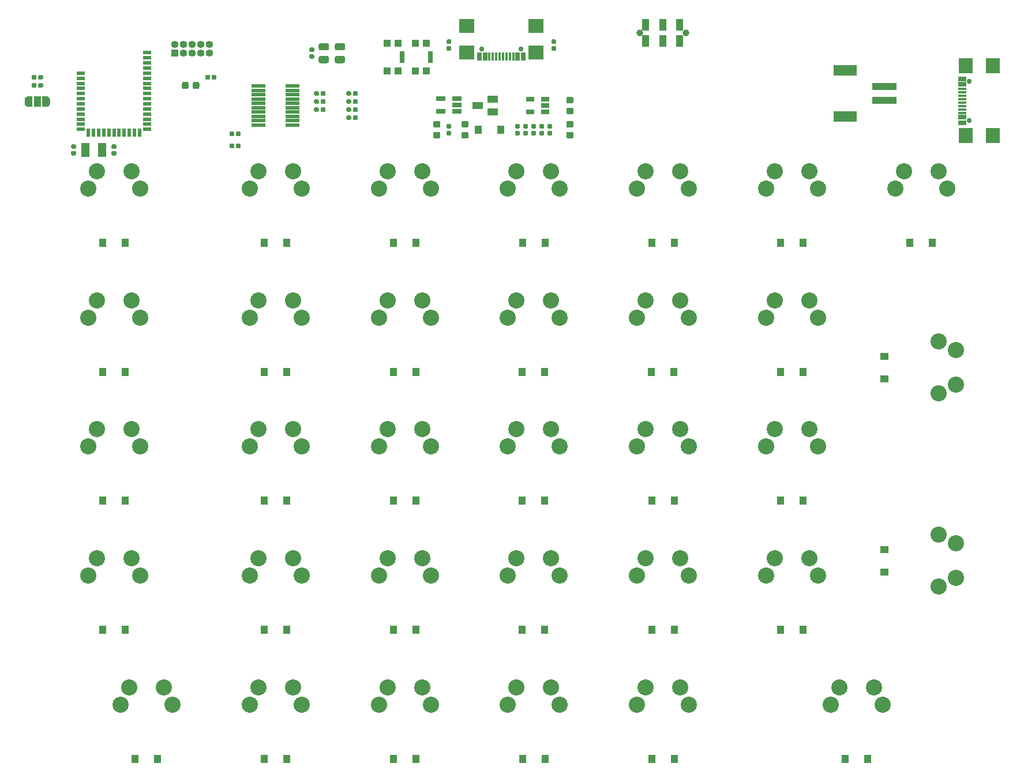
<source format=gbr>
%TF.GenerationSoftware,KiCad,Pcbnew,(5.1.6)-1*%
%TF.CreationDate,2020-07-04T18:17:55+02:00*%
%TF.ProjectId,aW_1,61575f31-2e6b-4696-9361-645f70636258,v1.0*%
%TF.SameCoordinates,Original*%
%TF.FileFunction,Soldermask,Top*%
%TF.FilePolarity,Negative*%
%FSLAX46Y46*%
G04 Gerber Fmt 4.6, Leading zero omitted, Abs format (unit mm)*
G04 Created by KiCad (PCBNEW (5.1.6)-1) date 2020-07-04 18:17:55*
%MOMM*%
%LPD*%
G01*
G04 APERTURE LIST*
%ADD10R,1.500000X1.100000*%
%ADD11C,2.386000*%
%ADD12C,1.000000*%
%ADD13R,1.100000X1.700000*%
%ADD14O,1.100000X1.100000*%
%ADD15R,1.100000X1.100000*%
%ADD16R,0.650000X1.800000*%
%ADD17R,1.100000X1.000000*%
%ADD18R,1.000000X1.300000*%
%ADD19R,1.300000X1.000000*%
%ADD20R,3.500000X1.600000*%
%ADD21R,3.600000X1.100000*%
%ADD22C,0.750000*%
%ADD23R,2.100000X2.280000*%
%ADD24R,1.250000X0.400000*%
%ADD25R,1.250000X0.700000*%
%ADD26R,2.280000X2.100000*%
%ADD27R,0.400000X1.250000*%
%ADD28R,0.700000X1.250000*%
%ADD29R,1.100000X1.600000*%
%ADD30C,0.100000*%
%ADD31R,1.450000X0.700000*%
%ADD32R,1.160000X0.750000*%
%ADD33R,2.070000X0.510000*%
%ADD34R,0.600000X1.300000*%
%ADD35R,1.300000X0.600000*%
%ADD36R,1.200000X2.000000*%
G04 APERTURE END LIST*
%TO.C,R12*%
G36*
G01*
X74847250Y-39475746D02*
X74847250Y-39870746D01*
G75*
G02*
X74674750Y-40043246I-172500J0D01*
G01*
X74329750Y-40043246D01*
G75*
G02*
X74157250Y-39870746I0J172500D01*
G01*
X74157250Y-39475746D01*
G75*
G02*
X74329750Y-39303246I172500J0D01*
G01*
X74674750Y-39303246D01*
G75*
G02*
X74847250Y-39475746I0J-172500D01*
G01*
G37*
G36*
G01*
X73877250Y-39475746D02*
X73877250Y-39870746D01*
G75*
G02*
X73704750Y-40043246I-172500J0D01*
G01*
X73359750Y-40043246D01*
G75*
G02*
X73187250Y-39870746I0J172500D01*
G01*
X73187250Y-39475746D01*
G75*
G02*
X73359750Y-39303246I172500J0D01*
G01*
X73704750Y-39303246D01*
G75*
G02*
X73877250Y-39475746I0J-172500D01*
G01*
G37*
%TD*%
D10*
%TO.C,U6*%
X140844568Y-44768212D03*
X140844568Y-42868212D03*
X138644568Y-43818212D03*
%TD*%
D11*
%TO.C,K33*%
X196792822Y-129241454D03*
X198062822Y-131781454D03*
X191712822Y-129241454D03*
X190442822Y-131781454D03*
%TD*%
%TO.C,R17*%
G36*
G01*
X151898216Y-47671040D02*
X152460716Y-47671040D01*
G75*
G02*
X152704466Y-47914790I0J-243750D01*
G01*
X152704466Y-48402290D01*
G75*
G02*
X152460716Y-48646040I-243750J0D01*
G01*
X151898216Y-48646040D01*
G75*
G02*
X151654466Y-48402290I0J243750D01*
G01*
X151654466Y-47914790D01*
G75*
G02*
X151898216Y-47671040I243750J0D01*
G01*
G37*
G36*
G01*
X151898216Y-46096040D02*
X152460716Y-46096040D01*
G75*
G02*
X152704466Y-46339790I0J-243750D01*
G01*
X152704466Y-46827290D01*
G75*
G02*
X152460716Y-47071040I-243750J0D01*
G01*
X151898216Y-47071040D01*
G75*
G02*
X151654466Y-46827290I0J243750D01*
G01*
X151654466Y-46339790D01*
G75*
G02*
X151898216Y-46096040I243750J0D01*
G01*
G37*
%TD*%
%TO.C,R16*%
G36*
G01*
X151898216Y-44118212D02*
X152460716Y-44118212D01*
G75*
G02*
X152704466Y-44361962I0J-243750D01*
G01*
X152704466Y-44849462D01*
G75*
G02*
X152460716Y-45093212I-243750J0D01*
G01*
X151898216Y-45093212D01*
G75*
G02*
X151654466Y-44849462I0J243750D01*
G01*
X151654466Y-44361962D01*
G75*
G02*
X151898216Y-44118212I243750J0D01*
G01*
G37*
G36*
G01*
X151898216Y-42543212D02*
X152460716Y-42543212D01*
G75*
G02*
X152704466Y-42786962I0J-243750D01*
G01*
X152704466Y-43274462D01*
G75*
G02*
X152460716Y-43518212I-243750J0D01*
G01*
X151898216Y-43518212D01*
G75*
G02*
X151654466Y-43274462I0J243750D01*
G01*
X151654466Y-42786962D01*
G75*
G02*
X151898216Y-42543212I243750J0D01*
G01*
G37*
%TD*%
%TO.C,K3*%
X130473422Y-53447854D03*
X131743422Y-55987854D03*
X125393422Y-53447854D03*
X124123422Y-55987854D03*
%TD*%
%TO.C,K13*%
X187318622Y-72396254D03*
X188588622Y-74936254D03*
X182238622Y-72396254D03*
X180968622Y-74936254D03*
%TD*%
%TO.C,K7*%
X206267022Y-53447854D03*
X207537022Y-55987854D03*
X201187022Y-53447854D03*
X199917022Y-55987854D03*
%TD*%
%TO.C,K12*%
X168370222Y-72396254D03*
X169640222Y-74936254D03*
X163290222Y-72396254D03*
X162020222Y-74936254D03*
%TD*%
%TO.C,K4*%
X149421822Y-53447854D03*
X150691822Y-55987854D03*
X144341822Y-53447854D03*
X143071822Y-55987854D03*
%TD*%
%TO.C,K16*%
X111525022Y-91344654D03*
X112795022Y-93884654D03*
X106445022Y-91344654D03*
X105175022Y-93884654D03*
%TD*%
%TO.C,K17*%
X130473422Y-91344654D03*
X131743422Y-93884654D03*
X125393422Y-91344654D03*
X124123422Y-93884654D03*
%TD*%
%TO.C,K20*%
X187318622Y-91344654D03*
X188588622Y-93884654D03*
X182238622Y-91344654D03*
X180968622Y-93884654D03*
%TD*%
%TO.C,K5*%
X168370222Y-53447854D03*
X169640222Y-55987854D03*
X163290222Y-53447854D03*
X162020222Y-55987854D03*
%TD*%
%TO.C,K11*%
X149421822Y-72396254D03*
X150691822Y-74936254D03*
X144341822Y-72396254D03*
X143071822Y-74936254D03*
%TD*%
%TO.C,K19*%
X168370222Y-91344654D03*
X169640222Y-93884654D03*
X163290222Y-91344654D03*
X162020222Y-93884654D03*
%TD*%
%TO.C,K18*%
X149421822Y-91344654D03*
X150691822Y-93884654D03*
X144341822Y-91344654D03*
X143071822Y-93884654D03*
%TD*%
%TO.C,K6*%
X187318622Y-53447854D03*
X188588622Y-55987854D03*
X182238622Y-53447854D03*
X180968622Y-55987854D03*
%TD*%
%TO.C,K9*%
X111525022Y-72396254D03*
X112795022Y-74936254D03*
X106445022Y-72396254D03*
X105175022Y-74936254D03*
%TD*%
%TO.C,K10*%
X130473422Y-72396254D03*
X131743422Y-74936254D03*
X125393422Y-72396254D03*
X124123422Y-74936254D03*
%TD*%
%TO.C,K2*%
X111525022Y-53447854D03*
X112795022Y-55987854D03*
X106445022Y-53447854D03*
X105175022Y-55987854D03*
%TD*%
%TO.C,K28*%
X92576622Y-129241454D03*
X93846622Y-131781454D03*
X87496622Y-129241454D03*
X86226622Y-131781454D03*
%TD*%
%TO.C,K30*%
X130473422Y-129241454D03*
X131743422Y-131781454D03*
X125393422Y-129241454D03*
X124123422Y-131781454D03*
%TD*%
%TO.C,K23*%
X111525022Y-110293054D03*
X112795022Y-112833054D03*
X106445022Y-110293054D03*
X105175022Y-112833054D03*
%TD*%
%TO.C,K32*%
X168370222Y-129241454D03*
X169640222Y-131781454D03*
X163290222Y-129241454D03*
X162020222Y-131781454D03*
%TD*%
%TO.C,K27*%
X187318622Y-110293054D03*
X188588622Y-112833054D03*
X182238622Y-110293054D03*
X180968622Y-112833054D03*
%TD*%
%TO.C,K25*%
X149421822Y-110293054D03*
X150691822Y-112833054D03*
X144341822Y-110293054D03*
X143071822Y-112833054D03*
%TD*%
%TO.C,K29*%
X111525022Y-129241454D03*
X112795022Y-131781454D03*
X106445022Y-129241454D03*
X105175022Y-131781454D03*
%TD*%
%TO.C,K26*%
X168370222Y-110293054D03*
X169640222Y-112833054D03*
X163290222Y-110293054D03*
X162020222Y-112833054D03*
%TD*%
%TO.C,K24*%
X130473422Y-110293054D03*
X131743422Y-112833054D03*
X125393422Y-110293054D03*
X124123422Y-112833054D03*
%TD*%
%TO.C,K31*%
X149421822Y-129241454D03*
X150691822Y-131781454D03*
X144341822Y-129241454D03*
X143071822Y-131781454D03*
%TD*%
%TO.C,K14*%
X208807022Y-79673354D03*
X206267022Y-78403354D03*
X208807022Y-84753354D03*
X206267022Y-86023354D03*
%TD*%
%TO.C,K8*%
X82759522Y-72396254D03*
X81489522Y-74936254D03*
X87839522Y-72396254D03*
X89109522Y-74936254D03*
%TD*%
%TO.C,K21*%
X208807022Y-108095954D03*
X206267022Y-106825954D03*
X208807022Y-113175954D03*
X206267022Y-114445954D03*
%TD*%
%TO.C,K22*%
X82759522Y-110293054D03*
X81489522Y-112833054D03*
X87839522Y-110293054D03*
X89109522Y-112833054D03*
%TD*%
%TO.C,K1*%
X82759522Y-53447854D03*
X81489522Y-55987854D03*
X87839522Y-53447854D03*
X89109522Y-55987854D03*
%TD*%
%TO.C,K15*%
X82759522Y-91344654D03*
X81489522Y-93884654D03*
X87839522Y-91344654D03*
X89109522Y-93884654D03*
%TD*%
D12*
%TO.C,S1*%
X162398640Y-33159728D03*
X169198640Y-33159728D03*
D13*
X163298640Y-31959728D03*
X165798640Y-31959728D03*
X168298640Y-31959728D03*
X163298640Y-34359728D03*
X165798640Y-34359728D03*
X168298640Y-34359728D03*
%TD*%
D14*
%TO.C,J4*%
X99229942Y-34850418D03*
X99229942Y-36120418D03*
X97959942Y-34850418D03*
X97959942Y-36120418D03*
X96689942Y-34850418D03*
X96689942Y-36120418D03*
X95419942Y-34850418D03*
X95419942Y-36120418D03*
X94149942Y-34850418D03*
D15*
X94149942Y-36120418D03*
%TD*%
D16*
%TO.C,SW2*%
X127550394Y-36712556D03*
D17*
X126925394Y-38762556D03*
X125325394Y-38762556D03*
X125325394Y-34662556D03*
X126925394Y-34662556D03*
%TD*%
%TO.C,R10*%
G36*
G01*
X99339184Y-39475746D02*
X99339184Y-39870746D01*
G75*
G02*
X99166684Y-40043246I-172500J0D01*
G01*
X98821684Y-40043246D01*
G75*
G02*
X98649184Y-39870746I0J172500D01*
G01*
X98649184Y-39475746D01*
G75*
G02*
X98821684Y-39303246I172500J0D01*
G01*
X99166684Y-39303246D01*
G75*
G02*
X99339184Y-39475746I0J-172500D01*
G01*
G37*
G36*
G01*
X100309184Y-39475746D02*
X100309184Y-39870746D01*
G75*
G02*
X100136684Y-40043246I-172500J0D01*
G01*
X99791684Y-40043246D01*
G75*
G02*
X99619184Y-39870746I0J172500D01*
G01*
X99619184Y-39475746D01*
G75*
G02*
X99791684Y-39303246I172500J0D01*
G01*
X100136684Y-39303246D01*
G75*
G02*
X100309184Y-39475746I0J-172500D01*
G01*
G37*
%TD*%
%TO.C,R11*%
G36*
G01*
X103172012Y-48160678D02*
X103172012Y-47765678D01*
G75*
G02*
X103344512Y-47593178I172500J0D01*
G01*
X103689512Y-47593178D01*
G75*
G02*
X103862012Y-47765678I0J-172500D01*
G01*
X103862012Y-48160678D01*
G75*
G02*
X103689512Y-48333178I-172500J0D01*
G01*
X103344512Y-48333178D01*
G75*
G02*
X103172012Y-48160678I0J172500D01*
G01*
G37*
G36*
G01*
X102202012Y-48160678D02*
X102202012Y-47765678D01*
G75*
G02*
X102374512Y-47593178I172500J0D01*
G01*
X102719512Y-47593178D01*
G75*
G02*
X102892012Y-47765678I0J-172500D01*
G01*
X102892012Y-48160678D01*
G75*
G02*
X102719512Y-48333178I-172500J0D01*
G01*
X102374512Y-48333178D01*
G75*
G02*
X102202012Y-48160678I0J172500D01*
G01*
G37*
%TD*%
%TO.C,R14*%
G36*
G01*
X103172012Y-49937092D02*
X103172012Y-49542092D01*
G75*
G02*
X103344512Y-49369592I172500J0D01*
G01*
X103689512Y-49369592D01*
G75*
G02*
X103862012Y-49542092I0J-172500D01*
G01*
X103862012Y-49937092D01*
G75*
G02*
X103689512Y-50109592I-172500J0D01*
G01*
X103344512Y-50109592D01*
G75*
G02*
X103172012Y-49937092I0J172500D01*
G01*
G37*
G36*
G01*
X102202012Y-49937092D02*
X102202012Y-49542092D01*
G75*
G02*
X102374512Y-49369592I172500J0D01*
G01*
X102719512Y-49369592D01*
G75*
G02*
X102892012Y-49542092I0J-172500D01*
G01*
X102892012Y-49937092D01*
G75*
G02*
X102719512Y-50109592I-172500J0D01*
G01*
X102374512Y-50109592D01*
G75*
G02*
X102202012Y-49937092I0J172500D01*
G01*
G37*
%TD*%
D18*
%TO.C,D35*%
X192602822Y-139744568D03*
X195902822Y-139744568D03*
%TD*%
%TO.C,D34*%
X164180222Y-139744568D03*
X167480222Y-139744568D03*
%TD*%
%TO.C,D33*%
X145231822Y-139744568D03*
X148531822Y-139744568D03*
%TD*%
%TO.C,D32*%
X126283422Y-139744568D03*
X129583422Y-139744568D03*
%TD*%
%TO.C,D31*%
X107335022Y-139744568D03*
X110635022Y-139744568D03*
%TD*%
%TO.C,D30*%
X88380272Y-139744568D03*
X91680272Y-139744568D03*
%TD*%
%TO.C,D29*%
X183128622Y-120796152D03*
X186428622Y-120796152D03*
%TD*%
%TO.C,D28*%
X164180222Y-120796152D03*
X167480222Y-120796152D03*
%TD*%
%TO.C,D27*%
X145200224Y-120796152D03*
X148500224Y-120796152D03*
%TD*%
%TO.C,D26*%
X126283422Y-120796152D03*
X129583422Y-120796152D03*
%TD*%
%TO.C,D25*%
X107335022Y-120796152D03*
X110635022Y-120796152D03*
%TD*%
%TO.C,D24*%
X83649522Y-120796152D03*
X86949522Y-120796152D03*
%TD*%
D19*
%TO.C,D23*%
X198366230Y-108985954D03*
X198366230Y-112285954D03*
%TD*%
D18*
%TO.C,D22*%
X183128622Y-101847736D03*
X186428622Y-101847736D03*
%TD*%
%TO.C,D21*%
X164180222Y-101847736D03*
X167480222Y-101847736D03*
%TD*%
%TO.C,D20*%
X145200224Y-101847736D03*
X148500224Y-101847736D03*
%TD*%
%TO.C,D19*%
X126283422Y-101847736D03*
X129583422Y-101847736D03*
%TD*%
%TO.C,D18*%
X107325273Y-101847736D03*
X110625273Y-101847736D03*
%TD*%
%TO.C,D17*%
X83617872Y-101847736D03*
X86917872Y-101847736D03*
%TD*%
D19*
%TO.C,D16*%
X198366230Y-80657182D03*
X198366230Y-83957182D03*
%TD*%
D18*
%TO.C,D15*%
X183128622Y-82899320D03*
X186428622Y-82899320D03*
%TD*%
%TO.C,D14*%
X164148640Y-82899320D03*
X167448640Y-82899320D03*
%TD*%
%TO.C,D13*%
X145200224Y-82899320D03*
X148500224Y-82899320D03*
%TD*%
%TO.C,D12*%
X126251808Y-82899320D03*
X129551808Y-82899320D03*
%TD*%
%TO.C,D11*%
X107303392Y-82899320D03*
X110603392Y-82899320D03*
%TD*%
%TO.C,D10*%
X83617872Y-82899320D03*
X86917872Y-82899320D03*
%TD*%
%TO.C,D9*%
X202077022Y-63950904D03*
X205377022Y-63950904D03*
%TD*%
%TO.C,D8*%
X183128622Y-63950904D03*
X186428622Y-63950904D03*
%TD*%
%TO.C,D7*%
X164180222Y-63950904D03*
X167480222Y-63950904D03*
%TD*%
%TO.C,D6*%
X145231822Y-63950904D03*
X148531822Y-63950904D03*
%TD*%
%TO.C,D5*%
X126251808Y-63950904D03*
X129551808Y-63950904D03*
%TD*%
%TO.C,D4*%
X107335022Y-63950904D03*
X110635022Y-63950904D03*
%TD*%
%TO.C,D3*%
X83649522Y-63950904D03*
X86949522Y-63950904D03*
%TD*%
D20*
%TO.C,BT1*%
X192616230Y-38691798D03*
X192616230Y-45391798D03*
D21*
X198366230Y-41041798D03*
X198366230Y-43041798D03*
%TD*%
%TO.C,C2*%
G36*
G01*
X132357662Y-47671040D02*
X132920162Y-47671040D01*
G75*
G02*
X133163912Y-47914790I0J-243750D01*
G01*
X133163912Y-48402290D01*
G75*
G02*
X132920162Y-48646040I-243750J0D01*
G01*
X132357662Y-48646040D01*
G75*
G02*
X132113912Y-48402290I0J243750D01*
G01*
X132113912Y-47914790D01*
G75*
G02*
X132357662Y-47671040I243750J0D01*
G01*
G37*
G36*
G01*
X132357662Y-46096040D02*
X132920162Y-46096040D01*
G75*
G02*
X133163912Y-46339790I0J-243750D01*
G01*
X133163912Y-46827290D01*
G75*
G02*
X132920162Y-47071040I-243750J0D01*
G01*
X132357662Y-47071040D01*
G75*
G02*
X132113912Y-46827290I0J243750D01*
G01*
X132113912Y-46339790D01*
G75*
G02*
X132357662Y-46096040I243750J0D01*
G01*
G37*
%TD*%
%TO.C,C3*%
G36*
G01*
X136502628Y-47671040D02*
X137065128Y-47671040D01*
G75*
G02*
X137308878Y-47914790I0J-243750D01*
G01*
X137308878Y-48402290D01*
G75*
G02*
X137065128Y-48646040I-243750J0D01*
G01*
X136502628Y-48646040D01*
G75*
G02*
X136258878Y-48402290I0J243750D01*
G01*
X136258878Y-47914790D01*
G75*
G02*
X136502628Y-47671040I243750J0D01*
G01*
G37*
G36*
G01*
X136502628Y-46096040D02*
X137065128Y-46096040D01*
G75*
G02*
X137308878Y-46339790I0J-243750D01*
G01*
X137308878Y-46827290D01*
G75*
G02*
X137065128Y-47071040I-243750J0D01*
G01*
X136502628Y-47071040D01*
G75*
G02*
X136258878Y-46827290I0J243750D01*
G01*
X136258878Y-46339790D01*
G75*
G02*
X136502628Y-46096040I243750J0D01*
G01*
G37*
%TD*%
%TO.C,C4*%
G36*
G01*
X145468448Y-47511040D02*
X145863448Y-47511040D01*
G75*
G02*
X146035948Y-47683540I0J-172500D01*
G01*
X146035948Y-48028540D01*
G75*
G02*
X145863448Y-48201040I-172500J0D01*
G01*
X145468448Y-48201040D01*
G75*
G02*
X145295948Y-48028540I0J172500D01*
G01*
X145295948Y-47683540D01*
G75*
G02*
X145468448Y-47511040I172500J0D01*
G01*
G37*
G36*
G01*
X145468448Y-46541040D02*
X145863448Y-46541040D01*
G75*
G02*
X146035948Y-46713540I0J-172500D01*
G01*
X146035948Y-47058540D01*
G75*
G02*
X145863448Y-47231040I-172500J0D01*
G01*
X145468448Y-47231040D01*
G75*
G02*
X145295948Y-47058540I0J172500D01*
G01*
X145295948Y-46713540D01*
G75*
G02*
X145468448Y-46541040I172500J0D01*
G01*
G37*
%TD*%
%TO.C,C5*%
G36*
G01*
X149021276Y-47511040D02*
X149416276Y-47511040D01*
G75*
G02*
X149588776Y-47683540I0J-172500D01*
G01*
X149588776Y-48028540D01*
G75*
G02*
X149416276Y-48201040I-172500J0D01*
G01*
X149021276Y-48201040D01*
G75*
G02*
X148848776Y-48028540I0J172500D01*
G01*
X148848776Y-47683540D01*
G75*
G02*
X149021276Y-47511040I172500J0D01*
G01*
G37*
G36*
G01*
X149021276Y-46541040D02*
X149416276Y-46541040D01*
G75*
G02*
X149588776Y-46713540I0J-172500D01*
G01*
X149588776Y-47058540D01*
G75*
G02*
X149416276Y-47231040I-172500J0D01*
G01*
X149021276Y-47231040D01*
G75*
G02*
X148848776Y-47058540I0J172500D01*
G01*
X148848776Y-46713540D01*
G75*
G02*
X149021276Y-46541040I172500J0D01*
G01*
G37*
%TD*%
%TO.C,C6*%
G36*
G01*
X115606910Y-44607850D02*
X115606910Y-44212850D01*
G75*
G02*
X115779410Y-44040350I172500J0D01*
G01*
X116124410Y-44040350D01*
G75*
G02*
X116296910Y-44212850I0J-172500D01*
G01*
X116296910Y-44607850D01*
G75*
G02*
X116124410Y-44780350I-172500J0D01*
G01*
X115779410Y-44780350D01*
G75*
G02*
X115606910Y-44607850I0J172500D01*
G01*
G37*
G36*
G01*
X114636910Y-44607850D02*
X114636910Y-44212850D01*
G75*
G02*
X114809410Y-44040350I172500J0D01*
G01*
X115154410Y-44040350D01*
G75*
G02*
X115326910Y-44212850I0J-172500D01*
G01*
X115326910Y-44607850D01*
G75*
G02*
X115154410Y-44780350I-172500J0D01*
G01*
X114809410Y-44780350D01*
G75*
G02*
X114636910Y-44607850I0J172500D01*
G01*
G37*
%TD*%
%TO.C,C7*%
G36*
G01*
X115606910Y-43423574D02*
X115606910Y-43028574D01*
G75*
G02*
X115779410Y-42856074I172500J0D01*
G01*
X116124410Y-42856074D01*
G75*
G02*
X116296910Y-43028574I0J-172500D01*
G01*
X116296910Y-43423574D01*
G75*
G02*
X116124410Y-43596074I-172500J0D01*
G01*
X115779410Y-43596074D01*
G75*
G02*
X115606910Y-43423574I0J172500D01*
G01*
G37*
G36*
G01*
X114636910Y-43423574D02*
X114636910Y-43028574D01*
G75*
G02*
X114809410Y-42856074I172500J0D01*
G01*
X115154410Y-42856074D01*
G75*
G02*
X115326910Y-43028574I0J-172500D01*
G01*
X115326910Y-43423574D01*
G75*
G02*
X115154410Y-43596074I-172500J0D01*
G01*
X114809410Y-43596074D01*
G75*
G02*
X114636910Y-43423574I0J172500D01*
G01*
G37*
%TD*%
%TO.C,C8*%
G36*
G01*
X115606910Y-42239298D02*
X115606910Y-41844298D01*
G75*
G02*
X115779410Y-41671798I172500J0D01*
G01*
X116124410Y-41671798D01*
G75*
G02*
X116296910Y-41844298I0J-172500D01*
G01*
X116296910Y-42239298D01*
G75*
G02*
X116124410Y-42411798I-172500J0D01*
G01*
X115779410Y-42411798D01*
G75*
G02*
X115606910Y-42239298I0J172500D01*
G01*
G37*
G36*
G01*
X114636910Y-42239298D02*
X114636910Y-41844298D01*
G75*
G02*
X114809410Y-41671798I172500J0D01*
G01*
X115154410Y-41671798D01*
G75*
G02*
X115326910Y-41844298I0J-172500D01*
G01*
X115326910Y-42239298D01*
G75*
G02*
X115154410Y-42411798I-172500J0D01*
G01*
X114809410Y-42411798D01*
G75*
G02*
X114636910Y-42239298I0J172500D01*
G01*
G37*
%TD*%
%TO.C,C9*%
G36*
G01*
X120063876Y-44212780D02*
X120063876Y-44607780D01*
G75*
G02*
X119891376Y-44780280I-172500J0D01*
G01*
X119546376Y-44780280D01*
G75*
G02*
X119373876Y-44607780I0J172500D01*
G01*
X119373876Y-44212780D01*
G75*
G02*
X119546376Y-44040280I172500J0D01*
G01*
X119891376Y-44040280D01*
G75*
G02*
X120063876Y-44212780I0J-172500D01*
G01*
G37*
G36*
G01*
X121033876Y-44212780D02*
X121033876Y-44607780D01*
G75*
G02*
X120861376Y-44780280I-172500J0D01*
G01*
X120516376Y-44780280D01*
G75*
G02*
X120343876Y-44607780I0J172500D01*
G01*
X120343876Y-44212780D01*
G75*
G02*
X120516376Y-44040280I172500J0D01*
G01*
X120861376Y-44040280D01*
G75*
G02*
X121033876Y-44212780I0J-172500D01*
G01*
G37*
%TD*%
%TO.C,C10*%
G36*
G01*
X120063876Y-41844232D02*
X120063876Y-42239232D01*
G75*
G02*
X119891376Y-42411732I-172500J0D01*
G01*
X119546376Y-42411732D01*
G75*
G02*
X119373876Y-42239232I0J172500D01*
G01*
X119373876Y-41844232D01*
G75*
G02*
X119546376Y-41671732I172500J0D01*
G01*
X119891376Y-41671732D01*
G75*
G02*
X120063876Y-41844232I0J-172500D01*
G01*
G37*
G36*
G01*
X121033876Y-41844232D02*
X121033876Y-42239232D01*
G75*
G02*
X120861376Y-42411732I-172500J0D01*
G01*
X120516376Y-42411732D01*
G75*
G02*
X120343876Y-42239232I0J172500D01*
G01*
X120343876Y-41844232D01*
G75*
G02*
X120516376Y-41671732I172500J0D01*
G01*
X120861376Y-41671732D01*
G75*
G02*
X121033876Y-41844232I0J-172500D01*
G01*
G37*
%TD*%
%TO.C,C11*%
G36*
G01*
X96218494Y-40576272D02*
X96218494Y-41138772D01*
G75*
G02*
X95974744Y-41382522I-243750J0D01*
G01*
X95487244Y-41382522D01*
G75*
G02*
X95243494Y-41138772I0J243750D01*
G01*
X95243494Y-40576272D01*
G75*
G02*
X95487244Y-40332522I243750J0D01*
G01*
X95974744Y-40332522D01*
G75*
G02*
X96218494Y-40576272I0J-243750D01*
G01*
G37*
G36*
G01*
X97793494Y-40576272D02*
X97793494Y-41138772D01*
G75*
G02*
X97549744Y-41382522I-243750J0D01*
G01*
X97062244Y-41382522D01*
G75*
G02*
X96818494Y-41138772I0J243750D01*
G01*
X96818494Y-40576272D01*
G75*
G02*
X97062244Y-40332522I243750J0D01*
G01*
X97549744Y-40332522D01*
G75*
G02*
X97793494Y-40576272I0J-243750D01*
G01*
G37*
%TD*%
%TO.C,C12*%
G36*
G01*
X79148992Y-50471730D02*
X79543992Y-50471730D01*
G75*
G02*
X79716492Y-50644230I0J-172500D01*
G01*
X79716492Y-50989230D01*
G75*
G02*
X79543992Y-51161730I-172500J0D01*
G01*
X79148992Y-51161730D01*
G75*
G02*
X78976492Y-50989230I0J172500D01*
G01*
X78976492Y-50644230D01*
G75*
G02*
X79148992Y-50471730I172500J0D01*
G01*
G37*
G36*
G01*
X79148992Y-49501730D02*
X79543992Y-49501730D01*
G75*
G02*
X79716492Y-49674230I0J-172500D01*
G01*
X79716492Y-50019230D01*
G75*
G02*
X79543992Y-50191730I-172500J0D01*
G01*
X79148992Y-50191730D01*
G75*
G02*
X78976492Y-50019230I0J172500D01*
G01*
X78976492Y-49674230D01*
G75*
G02*
X79148992Y-49501730I172500J0D01*
G01*
G37*
%TD*%
%TO.C,C13*%
G36*
G01*
X85070372Y-50471730D02*
X85465372Y-50471730D01*
G75*
G02*
X85637872Y-50644230I0J-172500D01*
G01*
X85637872Y-50989230D01*
G75*
G02*
X85465372Y-51161730I-172500J0D01*
G01*
X85070372Y-51161730D01*
G75*
G02*
X84897872Y-50989230I0J172500D01*
G01*
X84897872Y-50644230D01*
G75*
G02*
X85070372Y-50471730I172500J0D01*
G01*
G37*
G36*
G01*
X85070372Y-49501730D02*
X85465372Y-49501730D01*
G75*
G02*
X85637872Y-49674230I0J-172500D01*
G01*
X85637872Y-50019230D01*
G75*
G02*
X85465372Y-50191730I-172500J0D01*
G01*
X85070372Y-50191730D01*
G75*
G02*
X84897872Y-50019230I0J172500D01*
G01*
X84897872Y-49674230D01*
G75*
G02*
X85070372Y-49501730I172500J0D01*
G01*
G37*
%TD*%
D18*
%TO.C,D1*%
X141986706Y-47371040D03*
X138686706Y-47371040D03*
%TD*%
%TO.C,D2*%
G36*
G01*
X118908850Y-35720418D02*
X117946350Y-35720418D01*
G75*
G02*
X117677600Y-35451668I0J268750D01*
G01*
X117677600Y-34914168D01*
G75*
G02*
X117946350Y-34645418I268750J0D01*
G01*
X118908850Y-34645418D01*
G75*
G02*
X119177600Y-34914168I0J-268750D01*
G01*
X119177600Y-35451668D01*
G75*
G02*
X118908850Y-35720418I-268750J0D01*
G01*
G37*
G36*
G01*
X118908850Y-37595418D02*
X117946350Y-37595418D01*
G75*
G02*
X117677600Y-37326668I0J268750D01*
G01*
X117677600Y-36789168D01*
G75*
G02*
X117946350Y-36520418I268750J0D01*
G01*
X118908850Y-36520418D01*
G75*
G02*
X119177600Y-36789168I0J-268750D01*
G01*
X119177600Y-37326668D01*
G75*
G02*
X118908850Y-37595418I-268750J0D01*
G01*
G37*
%TD*%
%TO.C,D36*%
G36*
G01*
X115577798Y-36520418D02*
X116540298Y-36520418D01*
G75*
G02*
X116809048Y-36789168I0J-268750D01*
G01*
X116809048Y-37326668D01*
G75*
G02*
X116540298Y-37595418I-268750J0D01*
G01*
X115577798Y-37595418D01*
G75*
G02*
X115309048Y-37326668I0J268750D01*
G01*
X115309048Y-36789168D01*
G75*
G02*
X115577798Y-36520418I268750J0D01*
G01*
G37*
G36*
G01*
X115577798Y-34645418D02*
X116540298Y-34645418D01*
G75*
G02*
X116809048Y-34914168I0J-268750D01*
G01*
X116809048Y-35451668D01*
G75*
G02*
X116540298Y-35720418I-268750J0D01*
G01*
X115577798Y-35720418D01*
G75*
G02*
X115309048Y-35451668I0J268750D01*
G01*
X115309048Y-34914168D01*
G75*
G02*
X115577798Y-34645418I268750J0D01*
G01*
G37*
%TD*%
D22*
%TO.C,J1*%
X210801128Y-46014352D03*
X210801128Y-40234352D03*
%TD*%
%TO.C,J2*%
X210801128Y-40234352D03*
X210801128Y-46014352D03*
D23*
X214231128Y-38014352D03*
X214231128Y-48234352D03*
X210301128Y-38014352D03*
X210301128Y-48234352D03*
D24*
X209726128Y-42874352D03*
X209726128Y-43374352D03*
X209726128Y-42374352D03*
X209726128Y-43874352D03*
X209726128Y-41874352D03*
X209726128Y-44374352D03*
X209726128Y-41374352D03*
X209726128Y-44874352D03*
D25*
X209726128Y-39924352D03*
X209726128Y-40724352D03*
X209726128Y-45524352D03*
X209726128Y-46324352D03*
%TD*%
D22*
%TO.C,J3*%
X139223120Y-35528280D03*
X145003120Y-35528280D03*
D26*
X137003120Y-32098280D03*
X147223120Y-32098280D03*
X137003120Y-36028280D03*
X147223120Y-36028280D03*
D27*
X141863120Y-36603280D03*
X142363120Y-36603280D03*
X141363120Y-36603280D03*
X142863120Y-36603280D03*
X140863120Y-36603280D03*
X143363120Y-36603280D03*
X140363120Y-36603280D03*
X143863120Y-36603280D03*
D28*
X138913120Y-36603280D03*
X139713120Y-36603280D03*
X144513120Y-36603280D03*
X145313120Y-36603280D03*
%TD*%
D29*
%TO.C,JP1*%
X74017250Y-43226074D03*
D30*
G36*
X75323361Y-42426676D02*
G01*
X75341784Y-42426676D01*
X75346685Y-42426917D01*
X75395516Y-42431727D01*
X75400369Y-42432447D01*
X75448494Y-42442019D01*
X75453255Y-42443211D01*
X75500210Y-42457455D01*
X75504829Y-42459108D01*
X75550162Y-42477885D01*
X75554599Y-42479983D01*
X75597872Y-42503114D01*
X75602079Y-42505636D01*
X75642878Y-42532896D01*
X75646820Y-42535820D01*
X75684749Y-42566948D01*
X75688384Y-42570243D01*
X75723081Y-42604940D01*
X75726376Y-42608575D01*
X75757504Y-42646504D01*
X75760428Y-42650446D01*
X75787688Y-42691245D01*
X75790210Y-42695452D01*
X75813341Y-42738725D01*
X75815439Y-42743162D01*
X75834216Y-42788495D01*
X75835869Y-42793114D01*
X75850113Y-42840069D01*
X75851305Y-42844830D01*
X75860877Y-42892955D01*
X75861597Y-42897808D01*
X75866407Y-42946639D01*
X75866648Y-42951540D01*
X75866648Y-42969963D01*
X75867250Y-42976074D01*
X75867250Y-43476074D01*
X75866648Y-43482185D01*
X75866648Y-43500608D01*
X75866407Y-43505509D01*
X75861597Y-43554340D01*
X75860877Y-43559193D01*
X75851305Y-43607318D01*
X75850113Y-43612079D01*
X75835869Y-43659034D01*
X75834216Y-43663653D01*
X75815439Y-43708986D01*
X75813341Y-43713423D01*
X75790210Y-43756696D01*
X75787688Y-43760903D01*
X75760428Y-43801702D01*
X75757504Y-43805644D01*
X75726376Y-43843573D01*
X75723081Y-43847208D01*
X75688384Y-43881905D01*
X75684749Y-43885200D01*
X75646820Y-43916328D01*
X75642878Y-43919252D01*
X75602079Y-43946512D01*
X75597872Y-43949034D01*
X75554599Y-43972165D01*
X75550162Y-43974263D01*
X75504829Y-43993040D01*
X75500210Y-43994693D01*
X75453255Y-44008937D01*
X75448494Y-44010129D01*
X75400369Y-44019701D01*
X75395516Y-44020421D01*
X75346685Y-44025231D01*
X75341784Y-44025472D01*
X75323361Y-44025472D01*
X75317250Y-44026074D01*
X74767250Y-44026074D01*
X74757495Y-44025113D01*
X74748116Y-44022268D01*
X74739471Y-44017647D01*
X74731895Y-44011429D01*
X74725677Y-44003853D01*
X74721056Y-43995208D01*
X74718211Y-43985829D01*
X74717250Y-43976074D01*
X74717250Y-42476074D01*
X74718211Y-42466319D01*
X74721056Y-42456940D01*
X74725677Y-42448295D01*
X74731895Y-42440719D01*
X74739471Y-42434501D01*
X74748116Y-42429880D01*
X74757495Y-42427035D01*
X74767250Y-42426074D01*
X75317250Y-42426074D01*
X75323361Y-42426676D01*
G37*
G36*
X73277005Y-42427035D02*
G01*
X73286384Y-42429880D01*
X73295029Y-42434501D01*
X73302605Y-42440719D01*
X73308823Y-42448295D01*
X73313444Y-42456940D01*
X73316289Y-42466319D01*
X73317250Y-42476074D01*
X73317250Y-43976074D01*
X73316289Y-43985829D01*
X73313444Y-43995208D01*
X73308823Y-44003853D01*
X73302605Y-44011429D01*
X73295029Y-44017647D01*
X73286384Y-44022268D01*
X73277005Y-44025113D01*
X73267250Y-44026074D01*
X72717250Y-44026074D01*
X72711139Y-44025472D01*
X72692716Y-44025472D01*
X72687815Y-44025231D01*
X72638984Y-44020421D01*
X72634131Y-44019701D01*
X72586006Y-44010129D01*
X72581245Y-44008937D01*
X72534290Y-43994693D01*
X72529671Y-43993040D01*
X72484338Y-43974263D01*
X72479901Y-43972165D01*
X72436628Y-43949034D01*
X72432421Y-43946512D01*
X72391622Y-43919252D01*
X72387680Y-43916328D01*
X72349751Y-43885200D01*
X72346116Y-43881905D01*
X72311419Y-43847208D01*
X72308124Y-43843573D01*
X72276996Y-43805644D01*
X72274072Y-43801702D01*
X72246812Y-43760903D01*
X72244290Y-43756696D01*
X72221159Y-43713423D01*
X72219061Y-43708986D01*
X72200284Y-43663653D01*
X72198631Y-43659034D01*
X72184387Y-43612079D01*
X72183195Y-43607318D01*
X72173623Y-43559193D01*
X72172903Y-43554340D01*
X72168093Y-43505509D01*
X72167852Y-43500608D01*
X72167852Y-43482185D01*
X72167250Y-43476074D01*
X72167250Y-42976074D01*
X72167852Y-42969963D01*
X72167852Y-42951540D01*
X72168093Y-42946639D01*
X72172903Y-42897808D01*
X72173623Y-42892955D01*
X72183195Y-42844830D01*
X72184387Y-42840069D01*
X72198631Y-42793114D01*
X72200284Y-42788495D01*
X72219061Y-42743162D01*
X72221159Y-42738725D01*
X72244290Y-42695452D01*
X72246812Y-42691245D01*
X72274072Y-42650446D01*
X72276996Y-42646504D01*
X72308124Y-42608575D01*
X72311419Y-42604940D01*
X72346116Y-42570243D01*
X72349751Y-42566948D01*
X72387680Y-42535820D01*
X72391622Y-42532896D01*
X72432421Y-42505636D01*
X72436628Y-42503114D01*
X72479901Y-42479983D01*
X72484338Y-42477885D01*
X72529671Y-42459108D01*
X72534290Y-42457455D01*
X72581245Y-42443211D01*
X72586006Y-42442019D01*
X72634131Y-42432447D01*
X72638984Y-42431727D01*
X72687815Y-42426917D01*
X72692716Y-42426676D01*
X72711139Y-42426676D01*
X72717250Y-42426074D01*
X73267250Y-42426074D01*
X73277005Y-42427035D01*
G37*
%TD*%
%TO.C,R2*%
G36*
G01*
X144284172Y-47511040D02*
X144679172Y-47511040D01*
G75*
G02*
X144851672Y-47683540I0J-172500D01*
G01*
X144851672Y-48028540D01*
G75*
G02*
X144679172Y-48201040I-172500J0D01*
G01*
X144284172Y-48201040D01*
G75*
G02*
X144111672Y-48028540I0J172500D01*
G01*
X144111672Y-47683540D01*
G75*
G02*
X144284172Y-47511040I172500J0D01*
G01*
G37*
G36*
G01*
X144284172Y-46541040D02*
X144679172Y-46541040D01*
G75*
G02*
X144851672Y-46713540I0J-172500D01*
G01*
X144851672Y-47058540D01*
G75*
G02*
X144679172Y-47231040I-172500J0D01*
G01*
X144284172Y-47231040D01*
G75*
G02*
X144111672Y-47058540I0J172500D01*
G01*
X144111672Y-46713540D01*
G75*
G02*
X144284172Y-46541040I172500J0D01*
G01*
G37*
%TD*%
%TO.C,R3*%
G36*
G01*
X134612826Y-47231040D02*
X134217826Y-47231040D01*
G75*
G02*
X134045326Y-47058540I0J172500D01*
G01*
X134045326Y-46713540D01*
G75*
G02*
X134217826Y-46541040I172500J0D01*
G01*
X134612826Y-46541040D01*
G75*
G02*
X134785326Y-46713540I0J-172500D01*
G01*
X134785326Y-47058540D01*
G75*
G02*
X134612826Y-47231040I-172500J0D01*
G01*
G37*
G36*
G01*
X134612826Y-48201040D02*
X134217826Y-48201040D01*
G75*
G02*
X134045326Y-48028540I0J172500D01*
G01*
X134045326Y-47683540D01*
G75*
G02*
X134217826Y-47511040I172500J0D01*
G01*
X134612826Y-47511040D01*
G75*
G02*
X134785326Y-47683540I0J-172500D01*
G01*
X134785326Y-48028540D01*
G75*
G02*
X134612826Y-48201040I-172500J0D01*
G01*
G37*
%TD*%
%TO.C,R4*%
G36*
G01*
X149613414Y-35076142D02*
X150008414Y-35076142D01*
G75*
G02*
X150180914Y-35248642I0J-172500D01*
G01*
X150180914Y-35593642D01*
G75*
G02*
X150008414Y-35766142I-172500J0D01*
G01*
X149613414Y-35766142D01*
G75*
G02*
X149440914Y-35593642I0J172500D01*
G01*
X149440914Y-35248642D01*
G75*
G02*
X149613414Y-35076142I172500J0D01*
G01*
G37*
G36*
G01*
X149613414Y-34106142D02*
X150008414Y-34106142D01*
G75*
G02*
X150180914Y-34278642I0J-172500D01*
G01*
X150180914Y-34623642D01*
G75*
G02*
X150008414Y-34796142I-172500J0D01*
G01*
X149613414Y-34796142D01*
G75*
G02*
X149440914Y-34623642I0J172500D01*
G01*
X149440914Y-34278642D01*
G75*
G02*
X149613414Y-34106142I172500J0D01*
G01*
G37*
%TD*%
%TO.C,R5*%
G36*
G01*
X134612826Y-34796142D02*
X134217826Y-34796142D01*
G75*
G02*
X134045326Y-34623642I0J172500D01*
G01*
X134045326Y-34278642D01*
G75*
G02*
X134217826Y-34106142I172500J0D01*
G01*
X134612826Y-34106142D01*
G75*
G02*
X134785326Y-34278642I0J-172500D01*
G01*
X134785326Y-34623642D01*
G75*
G02*
X134612826Y-34796142I-172500J0D01*
G01*
G37*
G36*
G01*
X134612826Y-35766142D02*
X134217826Y-35766142D01*
G75*
G02*
X134045326Y-35593642I0J172500D01*
G01*
X134045326Y-35248642D01*
G75*
G02*
X134217826Y-35076142I172500J0D01*
G01*
X134612826Y-35076142D01*
G75*
G02*
X134785326Y-35248642I0J-172500D01*
G01*
X134785326Y-35593642D01*
G75*
G02*
X134612826Y-35766142I-172500J0D01*
G01*
G37*
%TD*%
%TO.C,R6*%
G36*
G01*
X147047724Y-47231040D02*
X146652724Y-47231040D01*
G75*
G02*
X146480224Y-47058540I0J172500D01*
G01*
X146480224Y-46713540D01*
G75*
G02*
X146652724Y-46541040I172500J0D01*
G01*
X147047724Y-46541040D01*
G75*
G02*
X147220224Y-46713540I0J-172500D01*
G01*
X147220224Y-47058540D01*
G75*
G02*
X147047724Y-47231040I-172500J0D01*
G01*
G37*
G36*
G01*
X147047724Y-48201040D02*
X146652724Y-48201040D01*
G75*
G02*
X146480224Y-48028540I0J172500D01*
G01*
X146480224Y-47683540D01*
G75*
G02*
X146652724Y-47511040I172500J0D01*
G01*
X147047724Y-47511040D01*
G75*
G02*
X147220224Y-47683540I0J-172500D01*
G01*
X147220224Y-48028540D01*
G75*
G02*
X147047724Y-48201040I-172500J0D01*
G01*
G37*
%TD*%
%TO.C,R7*%
G36*
G01*
X147837000Y-47511040D02*
X148232000Y-47511040D01*
G75*
G02*
X148404500Y-47683540I0J-172500D01*
G01*
X148404500Y-48028540D01*
G75*
G02*
X148232000Y-48201040I-172500J0D01*
G01*
X147837000Y-48201040D01*
G75*
G02*
X147664500Y-48028540I0J172500D01*
G01*
X147664500Y-47683540D01*
G75*
G02*
X147837000Y-47511040I172500J0D01*
G01*
G37*
G36*
G01*
X147837000Y-46541040D02*
X148232000Y-46541040D01*
G75*
G02*
X148404500Y-46713540I0J-172500D01*
G01*
X148404500Y-47058540D01*
G75*
G02*
X148232000Y-47231040I-172500J0D01*
G01*
X147837000Y-47231040D01*
G75*
G02*
X147664500Y-47058540I0J172500D01*
G01*
X147664500Y-46713540D01*
G75*
G02*
X147837000Y-46541040I172500J0D01*
G01*
G37*
%TD*%
%TO.C,R8*%
G36*
G01*
X120344014Y-43423574D02*
X120344014Y-43028574D01*
G75*
G02*
X120516514Y-42856074I172500J0D01*
G01*
X120861514Y-42856074D01*
G75*
G02*
X121034014Y-43028574I0J-172500D01*
G01*
X121034014Y-43423574D01*
G75*
G02*
X120861514Y-43596074I-172500J0D01*
G01*
X120516514Y-43596074D01*
G75*
G02*
X120344014Y-43423574I0J172500D01*
G01*
G37*
G36*
G01*
X119374014Y-43423574D02*
X119374014Y-43028574D01*
G75*
G02*
X119546514Y-42856074I172500J0D01*
G01*
X119891514Y-42856074D01*
G75*
G02*
X120064014Y-43028574I0J-172500D01*
G01*
X120064014Y-43423574D01*
G75*
G02*
X119891514Y-43596074I-172500J0D01*
G01*
X119546514Y-43596074D01*
G75*
G02*
X119374014Y-43423574I0J172500D01*
G01*
G37*
%TD*%
%TO.C,R9*%
G36*
G01*
X120344014Y-45792126D02*
X120344014Y-45397126D01*
G75*
G02*
X120516514Y-45224626I172500J0D01*
G01*
X120861514Y-45224626D01*
G75*
G02*
X121034014Y-45397126I0J-172500D01*
G01*
X121034014Y-45792126D01*
G75*
G02*
X120861514Y-45964626I-172500J0D01*
G01*
X120516514Y-45964626D01*
G75*
G02*
X120344014Y-45792126I0J172500D01*
G01*
G37*
G36*
G01*
X119374014Y-45792126D02*
X119374014Y-45397126D01*
G75*
G02*
X119546514Y-45224626I172500J0D01*
G01*
X119891514Y-45224626D01*
G75*
G02*
X120064014Y-45397126I0J-172500D01*
G01*
X120064014Y-45792126D01*
G75*
G02*
X119891514Y-45964626I-172500J0D01*
G01*
X119546514Y-45964626D01*
G75*
G02*
X119374014Y-45792126I0J172500D01*
G01*
G37*
%TD*%
%TO.C,R13*%
G36*
G01*
X73877250Y-40660022D02*
X73877250Y-41055022D01*
G75*
G02*
X73704750Y-41227522I-172500J0D01*
G01*
X73359750Y-41227522D01*
G75*
G02*
X73187250Y-41055022I0J172500D01*
G01*
X73187250Y-40660022D01*
G75*
G02*
X73359750Y-40487522I172500J0D01*
G01*
X73704750Y-40487522D01*
G75*
G02*
X73877250Y-40660022I0J-172500D01*
G01*
G37*
G36*
G01*
X74847250Y-40660022D02*
X74847250Y-41055022D01*
G75*
G02*
X74674750Y-41227522I-172500J0D01*
G01*
X74329750Y-41227522D01*
G75*
G02*
X74157250Y-41055022I0J172500D01*
G01*
X74157250Y-40660022D01*
G75*
G02*
X74329750Y-40487522I172500J0D01*
G01*
X74674750Y-40487522D01*
G75*
G02*
X74847250Y-40660022I0J-172500D01*
G01*
G37*
%TD*%
%TO.C,R15*%
G36*
G01*
X114480134Y-35980418D02*
X114085134Y-35980418D01*
G75*
G02*
X113912634Y-35807918I0J172500D01*
G01*
X113912634Y-35462918D01*
G75*
G02*
X114085134Y-35290418I172500J0D01*
G01*
X114480134Y-35290418D01*
G75*
G02*
X114652634Y-35462918I0J-172500D01*
G01*
X114652634Y-35807918D01*
G75*
G02*
X114480134Y-35980418I-172500J0D01*
G01*
G37*
G36*
G01*
X114480134Y-36950418D02*
X114085134Y-36950418D01*
G75*
G02*
X113912634Y-36777918I0J172500D01*
G01*
X113912634Y-36432918D01*
G75*
G02*
X114085134Y-36260418I172500J0D01*
G01*
X114480134Y-36260418D01*
G75*
G02*
X114652634Y-36432918I0J-172500D01*
G01*
X114652634Y-36777918D01*
G75*
G02*
X114480134Y-36950418I-172500J0D01*
G01*
G37*
%TD*%
D16*
%TO.C,SW1*%
X131695360Y-36712556D03*
D17*
X131070360Y-38762556D03*
X129470360Y-38762556D03*
X129470360Y-34662556D03*
X131070360Y-34662556D03*
%TD*%
D31*
%TO.C,U1*%
X133230326Y-44691924D03*
X133230326Y-42791924D03*
X135600326Y-42791924D03*
X135600326Y-43741924D03*
X135600326Y-44691924D03*
%TD*%
D32*
%TO.C,U3*%
X146342362Y-44768212D03*
X146342362Y-42868212D03*
X148542362Y-42868212D03*
X148542362Y-43818212D03*
X148542362Y-44768212D03*
%TD*%
D33*
%TO.C,U4*%
X111423392Y-40960712D03*
X111423392Y-41595712D03*
X111423392Y-42230712D03*
X111423392Y-42865712D03*
X111423392Y-43500712D03*
X111423392Y-44135712D03*
X111423392Y-44770712D03*
X111423392Y-45405712D03*
X111423392Y-46040712D03*
X111423392Y-46675712D03*
X106483392Y-46675712D03*
X106483392Y-46040712D03*
X106483392Y-45405712D03*
X106483392Y-44770712D03*
X106483392Y-44135712D03*
X106483392Y-43500712D03*
X106483392Y-42865712D03*
X106483392Y-42230712D03*
X106483392Y-41595712D03*
X106483392Y-40960712D03*
%TD*%
D34*
%TO.C,U5*%
X81517872Y-47757522D03*
X85267872Y-47757522D03*
X86017872Y-47757522D03*
X84517872Y-47757522D03*
X83767872Y-47757522D03*
X87517872Y-47757522D03*
X86767872Y-47757522D03*
X88267872Y-47757522D03*
X89017872Y-47757522D03*
X82267872Y-47757522D03*
X83017872Y-47757522D03*
D35*
X80367872Y-39057522D03*
X80367872Y-39807522D03*
X80367872Y-43557522D03*
X80367872Y-44307522D03*
X80367872Y-42807522D03*
X80367872Y-42057522D03*
X80367872Y-45807522D03*
X80367872Y-45057522D03*
X80367872Y-46557522D03*
X80367872Y-47307522D03*
X80367872Y-40557522D03*
X80367872Y-41307522D03*
X90167872Y-43557522D03*
X90167872Y-44307522D03*
X90167872Y-42807522D03*
X90167872Y-42057522D03*
X90167872Y-45807522D03*
X90167872Y-45057522D03*
X90167872Y-46557522D03*
X90167872Y-47307522D03*
X90167872Y-39807522D03*
X90167872Y-39057522D03*
X90167872Y-40557522D03*
X90167872Y-41307522D03*
X90167872Y-37557522D03*
X90167872Y-38307522D03*
X90167872Y-36807522D03*
X90167872Y-36057522D03*
%TD*%
D36*
%TO.C,Y1*%
X83557182Y-50331730D03*
X81057182Y-50331730D03*
%TD*%
M02*

</source>
